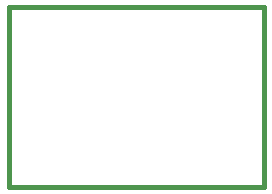
<source format=gm1>
G04 #@! TF.GenerationSoftware,KiCad,Pcbnew,(5.0.2)-1*
G04 #@! TF.CreationDate,2020-12-02T07:54:58-05:00*
G04 #@! TF.ProjectId,I2C-VFO3,4932432d-5646-44f3-932e-6b696361645f,rev?*
G04 #@! TF.SameCoordinates,Original*
G04 #@! TF.FileFunction,Profile,NP*
%FSLAX46Y46*%
G04 Gerber Fmt 4.6, Leading zero omitted, Abs format (unit mm)*
G04 Created by KiCad (PCBNEW (5.0.2)-1) date 12/2/2020 7:54:58 AM*
%MOMM*%
%LPD*%
G01*
G04 APERTURE LIST*
%ADD10C,0.381000*%
G04 APERTURE END LIST*
D10*
X15875000Y-14605000D02*
X15875000Y-29845000D01*
X37465000Y-14605000D02*
X15875000Y-14605000D01*
X37465000Y-29845000D02*
X37465000Y-14605000D01*
X15875000Y-29845000D02*
X37465000Y-29845000D01*
M02*

</source>
